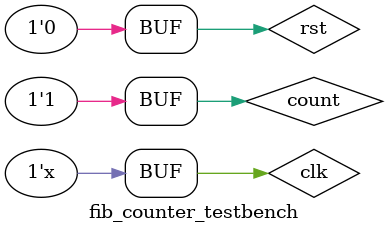
<source format=v>
`timescale 1ns / 1ps


module fib_counter_testbench();
wire [5:0] out;
reg count,clk,rst;

fib_counter fib1(.out(out),.count(count),.clk(clk),.rst(rst));

initial begin
    count = 1;
    rst = 1;
    #1 rst = 0;
end

initial begin
    clk = 0;
end
always begin
    #1 clk = ~clk;
end


endmodule

</source>
